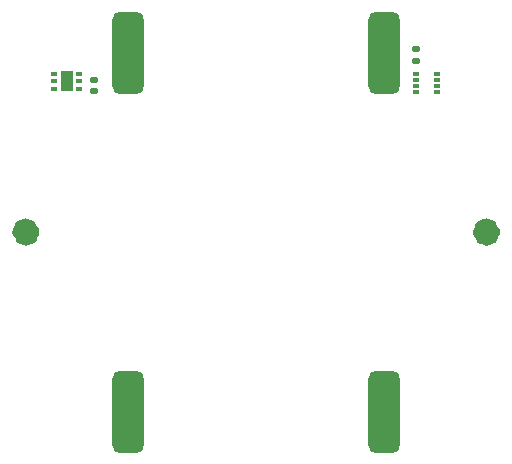
<source format=gtp>
G04 #@! TF.GenerationSoftware,KiCad,Pcbnew,7.0.2*
G04 #@! TF.CreationDate,2023-06-06T15:17:54-04:00*
G04 #@! TF.ProjectId,TopExternalFaceRev1,546f7045-7874-4657-926e-616c46616365,rev?*
G04 #@! TF.SameCoordinates,Original*
G04 #@! TF.FileFunction,Paste,Top*
G04 #@! TF.FilePolarity,Positive*
%FSLAX46Y46*%
G04 Gerber Fmt 4.6, Leading zero omitted, Abs format (unit mm)*
G04 Created by KiCad (PCBNEW 7.0.2) date 2023-06-06 15:17:54*
%MOMM*%
%LPD*%
G01*
G04 APERTURE LIST*
G04 Aperture macros list*
%AMRoundRect*
0 Rectangle with rounded corners*
0 $1 Rounding radius*
0 $2 $3 $4 $5 $6 $7 $8 $9 X,Y pos of 4 corners*
0 Add a 4 corners polygon primitive as box body*
4,1,4,$2,$3,$4,$5,$6,$7,$8,$9,$2,$3,0*
0 Add four circle primitives for the rounded corners*
1,1,$1+$1,$2,$3*
1,1,$1+$1,$4,$5*
1,1,$1+$1,$6,$7*
1,1,$1+$1,$8,$9*
0 Add four rect primitives between the rounded corners*
20,1,$1+$1,$2,$3,$4,$5,0*
20,1,$1+$1,$4,$5,$6,$7,0*
20,1,$1+$1,$6,$7,$8,$9,0*
20,1,$1+$1,$8,$9,$2,$3,0*%
G04 Aperture macros list end*
%ADD10C,1.150000*%
%ADD11RoundRect,0.140000X-0.170000X0.140000X-0.170000X-0.140000X0.170000X-0.140000X0.170000X0.140000X0*%
%ADD12RoundRect,0.140000X0.170000X-0.140000X0.170000X0.140000X-0.170000X0.140000X-0.170000X-0.140000X0*%
%ADD13R,0.620000X0.300000*%
%ADD14RoundRect,0.660750X0.660750X2.839250X-0.660750X2.839250X-0.660750X-2.839250X0.660750X-2.839250X0*%
%ADD15RoundRect,0.660750X-0.660750X-2.839250X0.660750X-2.839250X0.660750X2.839250X-0.660750X2.839250X0*%
%ADD16R,0.600000X0.350000*%
%ADD17R,1.100000X1.700000*%
G04 APERTURE END LIST*
D10*
X145075000Y-125100000D02*
G75*
G03*
X145075000Y-125100000I-575000J0D01*
G01*
X106075000Y-125100000D02*
G75*
G03*
X106075000Y-125100000I-575000J0D01*
G01*
D11*
X138500000Y-109620000D03*
X138500000Y-110580000D03*
D12*
X111300000Y-113180000D03*
X111300000Y-112220000D03*
D13*
X138500000Y-111700000D03*
X138500000Y-112200000D03*
X138500000Y-112700000D03*
X138500000Y-113200000D03*
X140320000Y-113200000D03*
X140320000Y-112700000D03*
X140320000Y-112200000D03*
X140320000Y-111700000D03*
D14*
X114178500Y-140300000D03*
X135821500Y-140300000D03*
D15*
X135800000Y-109900000D03*
X114157000Y-109900000D03*
D16*
X107900000Y-111700000D03*
X107900000Y-112350000D03*
X107900000Y-113000000D03*
X110000000Y-113000000D03*
X110000000Y-112350000D03*
X110000000Y-111700000D03*
D17*
X108950000Y-112350000D03*
M02*

</source>
